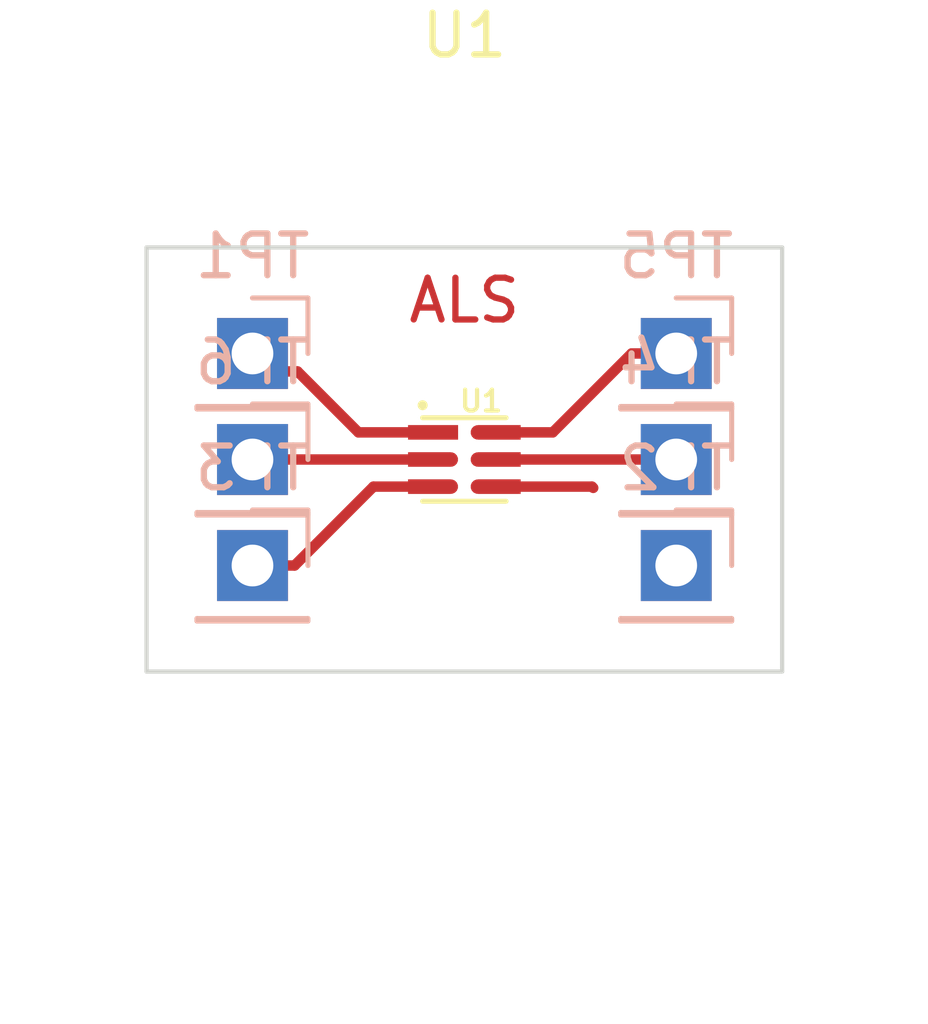
<source format=kicad_pcb>
(kicad_pcb (version 20211014) (generator pcbnew)
  (layers (0 "F.Cu" signal) (31 "B.Cu" signal) (34 "B.Paste" user) (35 "F.Paste" user) (36 "B.SilkS" user "B.Silkscreen") (37 "F.SilkS" user "F.Silkscreen") (38 "B.Mask" user) (39 "F.Mask" user) (44 "Edge.Cuts" user))
  (net 0 "")
  (net 1 "VDD")
  (net 3 "GND")
  (net 4 "Net-(TP4-Pad1)")
  (net 5 "Net-(TP5-Pad1)")
  (net 6 "Net-(TP6-Pad1)")
  (net 7 "unconnected-(U1-Pad4)")
  (footprint "this:AMS_TSL2572_SMD" (layer "F.Cu") (at 143.51 109.22)
    (fp_text reference "U1" (at 0 -10.16 unlocked) (layer "F.SilkS"))
    (fp_text value "TSL2572")
    (fp_text user "${REFERENCE}" (at 0.4 -1.4 unlocked) (layer "F.SilkS") (effects (font (size 0.5 0.5) (thickness 0.1))))
    (fp_line (start -1 1) (end 1 1) (layer "F.SilkS") (width 0.12))
    (fp_line (start -1 -1) (end 1 -1) (layer "F.SilkS") (width 0.12))
    (fp_circle (center -1 -1.3) (end -1 -1.3) (layer "F.SilkS") (width 0.12) (fill none))
    (pad "1" smd rect (at -0.75 -0.65) (size 1.2 0.35) (layers "F.Cu" "F.Paste" "F.Mask") (net 1 "VDD"))
    (pad "2" smd custom (at -0.8375 0) (size 1.025 0.35) (layers "F.Cu" "F.Paste" "F.Mask") (net 6 "Net-(TP6-Pad1)") (options (clearance outline) (anchor rect)) (primitives (gr_circle (center 0.5125 0) (end 0.6875 0) (width 0) (fill yes))))
    (pad "3" smd custom (at -0.8375 0.65) (size 1.025 0.35) (layers "F.Cu" "F.Paste" "F.Mask") (net 3 "GND") (options (clearance outline) (anchor rect)) (primitives (gr_circle (center 0.5125 0) (end 0.6875 0) (width 0) (fill yes))))
    (pad "4" smd custom (at 0.8375 0.65) (size 1.025 0.35) (layers "F.Cu" "F.Paste" "F.Mask") (net 7 "unconnected-(U1-Pad4)") (options (clearance outline) (anchor rect)) (primitives (gr_circle (center -0.5125 0) (end -0.3375 0) (width 0) (fill yes))))
    (pad "5" smd custom (at 0.8375 0) (size 1.025 0.35) (layers "F.Cu" "F.Paste" "F.Mask") (net 4 "Net-(TP4-Pad1)") (options (clearance outline) (anchor rect)) (primitives (gr_circle (center -0.5125 0) (end -0.3375 0) (width 0) (fill yes))))
    (pad "6" smd custom (at 0.8375 -0.65) (size 1.025 0.35) (layers "F.Cu" "F.Paste" "F.Mask") (net 5 "Net-(TP5-Pad1)") (options (clearance outline) (anchor rect)) (primitives (gr_circle (center -0.5125 0) (end -0.3375 0) (width 0) (fill yes))))
  )
  (footprint "Connector_PinHeader_2.54mm:PinHeader_1x01_P2.54mm_Vertical" (layer "B.Cu") (at 148.59 106.68 180)
    (fp_text reference "TP5" (at 0 2.33) (layer "B.SilkS") (effects (justify mirror)))
    (fp_text value "TestPoint_Small")
    (fp_line (start -1.33 -1.27) (end 1.33 -1.27) (layer "B.SilkS") (width 0.12))
    (fp_line (start -1.33 -1.33) (end 1.33 -1.33) (layer "B.SilkS") (width 0.12))
    (fp_line (start 1.33 -1.27) (end 1.33 -1.33) (layer "B.SilkS") (width 0.12))
    (fp_line (start -1.33 0) (end -1.33 1.33) (layer "B.SilkS") (width 0.12))
    (fp_line (start -1.33 1.33) (end 0 1.33) (layer "B.SilkS") (width 0.12))
    (fp_line (start -1.33 -1.27) (end -1.33 -1.33) (layer "B.SilkS") (width 0.12))
    (pad "1" thru_hole rect (at 0 0 180) (size 1.7 1.7) (drill 1) (layers *.Cu *.Mask) (net 5 "Net-(TP5-Pad1)"))
  )
  (footprint "Connector_PinHeader_2.54mm:PinHeader_1x01_P2.54mm_Vertical" (layer "B.Cu") (at 138.43 106.68 180)
    (fp_text reference "TP1" (at 0 2.33) (layer "B.SilkS") (effects (justify mirror)))
    (fp_text value "TestPoint_Small")
    (fp_line (start -1.33 -1.33) (end 1.33 -1.33) (layer "B.SilkS") (width 0.12))
    (fp_line (start 1.33 -1.27) (end 1.33 -1.33) (layer "B.SilkS") (width 0.12))
    (fp_line (start -1.33 -1.27) (end -1.33 -1.33) (layer "B.SilkS") (width 0.12))
    (fp_line (start -1.33 1.33) (end 0 1.33) (layer "B.SilkS") (width 0.12))
    (fp_line (start -1.33 -1.27) (end 1.33 -1.27) (layer "B.SilkS") (width 0.12))
    (fp_line (start -1.33 0) (end -1.33 1.33) (layer "B.SilkS") (width 0.12))
    (pad "1" thru_hole rect (at 0 0 180) (size 1.7 1.7) (drill 1) (layers *.Cu *.Mask) (net 1 "VDD"))
  )
  (footprint "Connector_PinHeader_2.54mm:PinHeader_1x01_P2.54mm_Vertical" (layer "B.Cu") (at 148.59 111.76 180)
    (fp_text reference "TP2" (at 0 2.33) (layer "B.SilkS") (effects (justify mirror)))
    (fp_text value "TestPoint_Small")
    (fp_line (start 1.33 -1.27) (end 1.33 -1.33) (layer "B.SilkS") (width 0.12))
    (fp_line (start -1.33 0) (end -1.33 1.33) (layer "B.SilkS") (width 0.12))
    (fp_line (start -1.33 -1.27) (end -1.33 -1.33) (layer "B.SilkS") (width 0.12))
    (fp_line (start -1.33 -1.27) (end 1.33 -1.27) (layer "B.SilkS") (width 0.12))
    (fp_line (start -1.33 1.33) (end 0 1.33) (layer "B.SilkS") (width 0.12))
    (fp_line (start -1.33 -1.33) (end 1.33 -1.33) (layer "B.SilkS") (width 0.12))
    (pad "1" thru_hole rect (at 0 0 180) (size 1.7 1.7) (drill 1) (layers *.Cu *.Mask))
  )
  (footprint "Connector_PinHeader_2.54mm:PinHeader_1x01_P2.54mm_Vertical" (layer "B.Cu") (at 148.59 109.22 180)
    (fp_text reference "TP4" (at 0 2.33) (layer "B.SilkS") (effects (justify mirror)))
    (fp_text value "TestPoint_Small")
    (fp_line (start -1.33 -1.27) (end 1.33 -1.27) (layer "B.SilkS") (width 0.12))
    (fp_line (start -1.33 0) (end -1.33 1.33) (layer "B.SilkS") (width 0.12))
    (fp_line (start -1.33 1.33) (end 0 1.33) (layer "B.SilkS") (width 0.12))
    (fp_line (start -1.33 -1.27) (end -1.33 -1.33) (layer "B.SilkS") (width 0.12))
    (fp_line (start 1.33 -1.27) (end 1.33 -1.33) (layer "B.SilkS") (width 0.12))
    (fp_line (start -1.33 -1.33) (end 1.33 -1.33) (layer "B.SilkS") (width 0.12))
    (pad "1" thru_hole rect (at 0 0 180) (size 1.7 1.7) (drill 1) (layers *.Cu *.Mask) (net 4 "Net-(TP4-Pad1)"))
  )
  (footprint "Connector_PinHeader_2.54mm:PinHeader_1x01_P2.54mm_Vertical" (layer "B.Cu") (at 138.43 109.22 180)
    (fp_text reference "TP6" (at 0 2.33) (layer "B.SilkS") (effects (justify mirror)))
    (fp_text value "TestPoint_Small")
    (fp_line (start -1.33 1.33) (end 0 1.33) (layer "B.SilkS") (width 0.12))
    (fp_line (start -1.33 -1.33) (end 1.33 -1.33) (layer "B.SilkS") (width 0.12))
    (fp_line (start -1.33 0) (end -1.33 1.33) (layer "B.SilkS") (width 0.12))
    (fp_line (start 1.33 -1.27) (end 1.33 -1.33) (layer "B.SilkS") (width 0.12))
    (fp_line (start -1.33 -1.27) (end 1.33 -1.27) (layer "B.SilkS") (width 0.12))
    (fp_line (start -1.33 -1.27) (end -1.33 -1.33) (layer "B.SilkS") (width 0.12))
    (pad "1" thru_hole rect (at 0 0 180) (size 1.7 1.7) (drill 1) (layers *.Cu *.Mask) (net 6 "Net-(TP6-Pad1)"))
  )
  (footprint "Connector_PinHeader_2.54mm:PinHeader_1x01_P2.54mm_Vertical" (layer "B.Cu") (at 138.43 111.76 180)
    (fp_text reference "TP3" (at 0 2.33) (layer "B.SilkS") (effects (justify mirror)))
    (fp_text value "TestPoint_Small")
    (fp_line (start -1.33 -1.27) (end 1.33 -1.27) (layer "B.SilkS") (width 0.12))
    (fp_line (start -1.33 -1.27) (end -1.33 -1.33) (layer "B.SilkS") (width 0.12))
    (fp_line (start -1.33 -1.33) (end 1.33 -1.33) (layer "B.SilkS") (width 0.12))
    (fp_line (start -1.33 0) (end -1.33 1.33) (layer "B.SilkS") (width 0.12))
    (fp_line (start 1.33 -1.27) (end 1.33 -1.33) (layer "B.SilkS") (width 0.12))
    (fp_line (start -1.33 1.33) (end 0 1.33) (layer "B.SilkS") (width 0.12))
    (pad "1" thru_hole rect (at 0 0 180) (size 1.7 1.7) (drill 1) (layers *.Cu *.Mask) (net 3 "GND"))
  )
  (gr_line (start 151.13 104.14) (end 151.13 114.3) (layer "Edge.Cuts") (width 0.1))
  (gr_line (start 135.89 104.14) (end 151.13 104.14) (layer "Edge.Cuts") (width 0.1))
  (gr_line (start 151.13 114.3) (end 135.89 114.3) (layer "Edge.Cuts") (width 0.1))
  (gr_line (start 135.89 114.3) (end 135.89 104.14) (layer "Edge.Cuts") (width 0.1))
  (gr_text "ALS" (at 143.51 105.41) (layer "F.Cu") (effects (font (size 1 1))))
  (segment (start 142.76 108.57) (end 140.97 108.57) (width 0.25) (layer "F.Cu") (net 1))
  (segment (start 140.97 108.57) (end 139.51 107.11) (width 0.25) (layer "F.Cu") (net 1))
  (segment (start 139.51 107.11) (end 138.43 107.11) (width 0.25) (layer "F.Cu") (net 1))
  (segment (start 141.33 109.87) (end 139.44 111.76) (width 0.25) (layer "F.Cu") (net 3))
  (segment (start 139.44 111.76) (end 138.43 111.76) (width 0.25) (layer "F.Cu") (net 3))
  (segment (start 142.6725 109.87) (end 141.33 109.87) (width 0.25) (layer "F.Cu") (net 3))
  (segment (start 144.3475 109.22) (end 148.59 109.22) (width 0.25) (layer "F.Cu") (net 4))
  (segment (start 144.3475 108.57) (end 145.63 108.57) (width 0.25) (layer "F.Cu") (net 5))
  (segment (start 147.52 106.68) (end 148.59 106.68) (width 0.25) (layer "F.Cu") (net 5))
  (segment (start 145.63 108.57) (end 147.52 106.68) (width 0.25) (layer "F.Cu") (net 5))
  (segment (start 142.6725 109.22) (end 138.43 109.22) (width 0.25) (layer "F.Cu") (net 6))
  (segment (start 144.3475 109.87) (end 146.57 109.87) (width 0.25) (layer "F.Cu") (net 7))
  (segment (start 146.57 109.87) (end 146.6 109.9) (width 0.25) (layer "F.Cu") (net 7))
)
</source>
